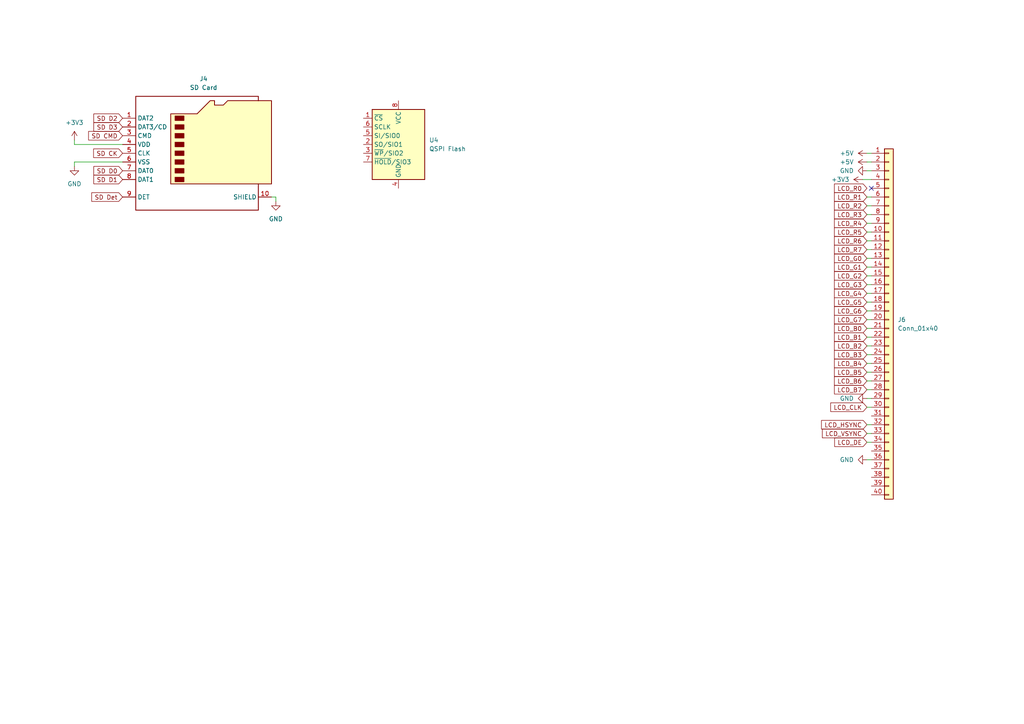
<source format=kicad_sch>
(kicad_sch (version 20230121) (generator eeschema)
  (paper "A4")
  (lib_symbols
    (symbol "Connector:Micro_SD_Card_Det1"
      (property "Reference" "J" (at -16.51 17.78 0))
      (property "Value" "Micro_SD_Card_Det1" (at 16.51 17.78 0))
      (symbol "Micro_SD_Card_Det1_0_1"
        (rectangle (start -7.62 -6.985) (end -5.08 -8.255) (stroke (width 0.254)) (fill (type outline)))
        (rectangle (start -7.62 -4.445) (end -5.08 -5.715) (stroke (width 0.254)) (fill (type outline)))
        (rectangle (start -7.62 -1.905) (end -5.08 -3.175) (stroke (width 0.254)) (fill (type outline)))
        (rectangle (start -7.62 0.635) (end -5.08 -0.635) (stroke (width 0.254)) (fill (type outline)))
        (rectangle (start -7.62 3.175) (end -5.08 1.905) (stroke (width 0.254)) (fill (type outline)))
        (rectangle (start -7.62 5.715) (end -5.08 4.445) (stroke (width 0.254)) (fill (type outline)))
        (rectangle (start -7.62 8.255) (end -5.08 6.985) (stroke (width 0.254)) (fill (type outline)))
        (rectangle (start -7.62 10.795) (end -5.08 9.525) (stroke (width 0.254)) (fill (type outline)))
        (polyline (pts (xy 16.51 15.24) (xy 16.51 16.51) (xy -19.05 16.51) (xy -19.05 -16.51) (xy 16.51 -16.51) (xy 16.51 -8.89)) (stroke (width 0.254)))
        (polyline (pts (xy -8.89 -8.89) (xy -8.89 11.43) (xy -1.27 11.43) (xy 2.54 15.24) (xy 3.81 15.24) (xy 3.81 13.97) (xy 6.35 13.97) (xy 7.62 15.24) (xy 20.32 15.24) (xy 20.32 -8.89) (xy -8.89 -8.89)) (stroke (width 0.254)) (fill (type background)))
      )
      (symbol "Micro_SD_Card_Det1_1_1"
        (pin bidirectional line (at -22.86 10.16 0) (length 3.81) (name "DAT2") (number "1"))
        (pin passive line (at 20.32 -12.7 180) (length 3.81) (name "SHIELD") (number "10"))
        (pin bidirectional line (at -22.86 7.62 0) (length 3.81) (name "DAT3/CD") (number "2"))
        (pin input line (at -22.86 5.08 0) (length 3.81) (name "CMD") (number "3"))
        (pin power_in line (at -22.86 2.54 0) (length 3.81) (name "VDD") (number "4"))
        (pin input line (at -22.86 0 0) (length 3.81) (name "CLK") (number "5"))
        (pin power_in line (at -22.86 -2.54 0) (length 3.81) (name "VSS") (number "6"))
        (pin bidirectional line (at -22.86 -5.08 0) (length 3.81) (name "DAT0") (number "7"))
        (pin bidirectional line (at -22.86 -7.62 0) (length 3.81) (name "DAT1") (number "8"))
        (pin passive line (at -22.86 -12.7 0) (length 3.81) (name "DET") (number "9"))
      )
    )
    (symbol "Connector_Generic:Conn_01x40" (pin_names (offset 1.016) hide)
      (property "Reference" "J" (at 0 50.8 0))
      (property "Value" "Conn_01x40" (at 0 -53.34 0))
      (symbol "Conn_01x40_1_1"
        (rectangle (start -1.27 -50.673) (end 0 -50.927) (stroke (width 0.1524)))
        (rectangle (start -1.27 -48.133) (end 0 -48.387) (stroke (width 0.1524)))
        (rectangle (start -1.27 -45.593) (end 0 -45.847) (stroke (width 0.1524)))
        (rectangle (start -1.27 -43.053) (end 0 -43.307) (stroke (width 0.1524)))
        (rectangle (start -1.27 -40.513) (end 0 -40.767) (stroke (width 0.1524)))
        (rectangle (start -1.27 -37.973) (end 0 -38.227) (stroke (width 0.1524)))
        (rectangle (start -1.27 -35.433) (end 0 -35.687) (stroke (width 0.1524)))
        (rectangle (start -1.27 -32.893) (end 0 -33.147) (stroke (width 0.1524)))
        (rectangle (start -1.27 -30.353) (end 0 -30.607) (stroke (width 0.1524)))
        (rectangle (start -1.27 -27.813) (end 0 -28.067) (stroke (width 0.1524)))
        (rectangle (start -1.27 -25.273) (end 0 -25.527) (stroke (width 0.1524)))
        (rectangle (start -1.27 -22.733) (end 0 -22.987) (stroke (width 0.1524)))
        (rectangle (start -1.27 -20.193) (end 0 -20.447) (stroke (width 0.1524)))
        (rectangle (start -1.27 -17.653) (end 0 -17.907) (stroke (width 0.1524)))
        (rectangle (start -1.27 -15.113) (end 0 -15.367) (stroke (width 0.1524)))
        (rectangle (start -1.27 -12.573) (end 0 -12.827) (stroke (width 0.1524)))
        (rectangle (start -1.27 -10.033) (end 0 -10.287) (stroke (width 0.1524)))
        (rectangle (start -1.27 -7.493) (end 0 -7.747) (stroke (width 0.1524)))
        (rectangle (start -1.27 -4.953) (end 0 -5.207) (stroke (width 0.1524)))
        (rectangle (start -1.27 -2.413) (end 0 -2.667) (stroke (width 0.1524)))
        (rectangle (start -1.27 0.127) (end 0 -0.127) (stroke (width 0.1524)))
        (rectangle (start -1.27 2.667) (end 0 2.413) (stroke (width 0.1524)))
        (rectangle (start -1.27 5.207) (end 0 4.953) (stroke (width 0.1524)))
        (rectangle (start -1.27 7.747) (end 0 7.493) (stroke (width 0.1524)))
        (rectangle (start -1.27 10.287) (end 0 10.033) (stroke (width 0.1524)))
        (rectangle (start -1.27 12.827) (end 0 12.573) (stroke (width 0.1524)))
        (rectangle (start -1.27 15.367) (end 0 15.113) (stroke (width 0.1524)))
        (rectangle (start -1.27 17.907) (end 0 17.653) (stroke (width 0.1524)))
        (rectangle (start -1.27 20.447) (end 0 20.193) (stroke (width 0.1524)))
        (rectangle (start -1.27 22.987) (end 0 22.733) (stroke (width 0.1524)))
        (rectangle (start -1.27 25.527) (end 0 25.273) (stroke (width 0.1524)))
        (rectangle (start -1.27 28.067) (end 0 27.813) (stroke (width 0.1524)))
        (rectangle (start -1.27 30.607) (end 0 30.353) (stroke (width 0.1524)))
        (rectangle (start -1.27 33.147) (end 0 32.893) (stroke (width 0.1524)))
        (rectangle (start -1.27 35.687) (end 0 35.433) (stroke (width 0.1524)))
        (rectangle (start -1.27 38.227) (end 0 37.973) (stroke (width 0.1524)))
        (rectangle (start -1.27 40.767) (end 0 40.513) (stroke (width 0.1524)))
        (rectangle (start -1.27 43.307) (end 0 43.053) (stroke (width 0.1524)))
        (rectangle (start -1.27 45.847) (end 0 45.593) (stroke (width 0.1524)))
        (rectangle (start -1.27 48.387) (end 0 48.133) (stroke (width 0.1524)))
        (rectangle (start -1.27 49.53) (end 1.27 -52.07) (stroke (width 0.254)) (fill (type background)))
        (pin passive line (at -5.08 48.26 0) (length 3.81) (name "Pin_1") (number "1"))
        (pin passive line (at -5.08 25.4 0) (length 3.81) (name "Pin_10") (number "10"))
        (pin passive line (at -5.08 22.86 0) (length 3.81) (name "Pin_11") (number "11"))
        (pin passive line (at -5.08 20.32 0) (length 3.81) (name "Pin_12") (number "12"))
        (pin passive line (at -5.08 17.78 0) (length 3.81) (name "Pin_13") (number "13"))
        (pin passive line (at -5.08 15.24 0) (length 3.81) (name "Pin_14") (number "14"))
        (pin passive line (at -5.08 12.7 0) (length 3.81) (name "Pin_15") (number "15"))
        (pin passive line (at -5.08 10.16 0) (length 3.81) (name "Pin_16") (number "16"))
        (pin passive line (at -5.08 7.62 0) (length 3.81) (name "Pin_17") (number "17"))
        (pin passive line (at -5.08 5.08 0) (length 3.81) (name "Pin_18") (number "18"))
        (pin passive line (at -5.08 2.54 0) (length 3.81) (name "Pin_19") (number "19"))
        (pin passive line (at -5.08 45.72 0) (length 3.81) (name "Pin_2") (number "2"))
        (pin passive line (at -5.08 0 0) (length 3.81) (name "Pin_20") (number "20"))
        (pin passive line (at -5.08 -2.54 0) (length 3.81) (name "Pin_21") (number "21"))
        (pin passive line (at -5.08 -5.08 0) (length 3.81) (name "Pin_22") (number "22"))
        (pin passive line (at -5.08 -7.62 0) (length 3.81) (name "Pin_23") (number "23"))
        (pin passive line (at -5.08 -10.16 0) (length 3.81) (name "Pin_24") (number "24"))
        (pin passive line (at -5.08 -12.7 0) (length 3.81) (name "Pin_25") (number "25"))
        (pin passive line (at -5.08 -15.24 0) (length 3.81) (name "Pin_26") (number "26"))
        (pin passive line (at -5.08 -17.78 0) (length 3.81) (name "Pin_27") (number "27"))
        (pin passive line (at -5.08 -20.32 0) (length 3.81) (name "Pin_28") (number "28"))
        (pin passive line (at -5.08 -22.86 0) (length 3.81) (name "Pin_29") (number "29"))
        (pin passive line (at -5.08 43.18 0) (length 3.81) (name "Pin_3") (number "3"))
        (pin passive line (at -5.08 -25.4 0) (length 3.81) (name "Pin_30") (number "30"))
        (pin passive line (at -5.08 -27.94 0) (length 3.81) (name "Pin_31") (number "31"))
        (pin passive line (at -5.08 -30.48 0) (length 3.81) (name "Pin_32") (number "32"))
        (pin passive line (at -5.08 -33.02 0) (length 3.81) (name "Pin_33") (number "33"))
        (pin passive line (at -5.08 -35.56 0) (length 3.81) (name "Pin_34") (number "34"))
        (pin passive line (at -5.08 -38.1 0) (length 3.81) (name "Pin_35") (number "35"))
        (pin passive line (at -5.08 -40.64 0) (length 3.81) (name "Pin_36") (number "36"))
        (pin passive line (at -5.08 -43.18 0) (length 3.81) (name "Pin_37") (number "37"))
        (pin passive line (at -5.08 -45.72 0) (length 3.81) (name "Pin_38") (number "38"))
        (pin passive line (at -5.08 -48.26 0) (length 3.81) (name "Pin_39") (number "39"))
        (pin passive line (at -5.08 40.64 0) (length 3.81) (name "Pin_4") (number "4"))
        (pin passive line (at -5.08 -50.8 0) (length 3.81) (name "Pin_40") (number "40"))
        (pin passive line (at -5.08 38.1 0) (length 3.81) (name "Pin_5") (number "5"))
        (pin passive line (at -5.08 35.56 0) (length 3.81) (name "Pin_6") (number "6"))
        (pin passive line (at -5.08 33.02 0) (length 3.81) (name "Pin_7") (number "7"))
        (pin passive line (at -5.08 30.48 0) (length 3.81) (name "Pin_8") (number "8"))
        (pin passive line (at -5.08 27.94 0) (length 3.81) (name "Pin_9") (number "9"))
      )
    )
    (symbol "Memory_Flash:MX25R3235FM1xx1"
      (property "Reference" "U" (at -6.35 11.43 0))
      (property "Value" "MX25R3235FM1xx1" (at 10.16 11.43 0))
      (symbol "MX25R3235FM1xx1_0_1"
        (rectangle (start -7.62 10.16) (end 7.62 -10.16) (stroke (width 0.254)) (fill (type background)))
      )
      (symbol "MX25R3235FM1xx1_1_1"
        (pin input line (at -10.16 7.62 0) (length 2.54) (name "~{CS}") (number "1"))
        (pin bidirectional line (at -10.16 0 0) (length 2.54) (name "SO/SIO1") (number "2"))
        (pin bidirectional line (at -10.16 -2.54 0) (length 2.54) (name "~{WP}/SIO2") (number "3"))
        (pin power_in line (at 0 -12.7 90) (length 2.54) (name "GND") (number "4"))
        (pin bidirectional line (at -10.16 2.54 0) (length 2.54) (name "SI/SIO0") (number "5"))
        (pin input line (at -10.16 5.08 0) (length 2.54) (name "SCLK") (number "6"))
        (pin bidirectional line (at -10.16 -5.08 0) (length 2.54) (name "~{HOLD}/SIO3") (number "7"))
        (pin power_in line (at 0 12.7 270) (length 2.54) (name "VCC") (number "8"))
      )
    )
    (symbol "power:+3V3" (power) (pin_names (offset 0))
      (property "Value" "+3V3" (at 0 3.556 0))
      (symbol "+3V3_0_1"
        (polyline (pts (xy -0.762 1.27) (xy 0 2.54)))
        (polyline (pts (xy 0 0) (xy 0 2.54)))
        (polyline (pts (xy 0 2.54) (xy 0.762 1.27)))
      )
      (symbol "+3V3_1_1"
        (pin power_in line (at 0 0 90) (length 0) hide (name "+3V3") (number "1"))
      )
    )
    (symbol "power:+5V" (power) (pin_names (offset 0))
      (property "Value" "+5V" (at 0 3.556 0))
      (symbol "+5V_0_1"
        (polyline (pts (xy -0.762 1.27) (xy 0 2.54)))
        (polyline (pts (xy 0 0) (xy 0 2.54)))
        (polyline (pts (xy 0 2.54) (xy 0.762 1.27)))
      )
      (symbol "+5V_1_1"
        (pin power_in line (at 0 0 90) (length 0) hide (name "+5V") (number "1"))
      )
    )
    (symbol "power:GND" (power) (pin_names (offset 0))
      (property "Value" "GND" (at 0 -3.81 0))
      (symbol "GND_0_1"
        (polyline (pts (xy 0 0) (xy 0 -1.27) (xy 1.27 -1.27) (xy 0 -2.54) (xy -1.27 -1.27) (xy 0 -1.27)))
      )
      (symbol "GND_1_1"
        (pin power_in line (at 0 0 270) (length 0) hide (name "GND") (number "1"))
      )
    )
  )
  (no_connect (at 252.73 54.61))
  (wire (pts (xy 251.46 105.41) (xy 252.73 105.41)))
  (wire (pts (xy 251.46 133.35) (xy 252.73 133.35)))
  (wire (pts (xy 78.74 57.15) (xy 80.01 57.15)))
  (wire (pts (xy 251.46 95.25) (xy 252.73 95.25)))
  (wire (pts (xy 251.46 85.09) (xy 252.73 85.09)))
  (wire (pts (xy 251.46 80.01) (xy 252.73 80.01)))
  (wire (pts (xy 251.46 118.11) (xy 252.73 118.11)))
  (wire (pts (xy 80.01 57.15) (xy 80.01 58.42)))
  (wire (pts (xy 251.46 74.93) (xy 252.73 74.93)))
  (wire (pts (xy 251.46 69.85) (xy 252.73 69.85)))
  (wire (pts (xy 35.56 41.91) (xy 21.59 41.91)))
  (wire (pts (xy 251.46 62.23) (xy 252.73 62.23)))
  (wire (pts (xy 250.19 52.07) (xy 252.73 52.07)))
  (wire (pts (xy 251.46 92.71) (xy 252.73 92.71)))
  (wire (pts (xy 251.46 115.57) (xy 252.73 115.57)))
  (wire (pts (xy 251.46 64.77) (xy 252.73 64.77)))
  (wire (pts (xy 251.46 100.33) (xy 252.73 100.33)))
  (wire (pts (xy 251.46 72.39) (xy 252.73 72.39)))
  (wire (pts (xy 251.46 46.99) (xy 252.73 46.99)))
  (wire (pts (xy 251.46 128.27) (xy 252.73 128.27)))
  (wire (pts (xy 251.46 123.19) (xy 252.73 123.19)))
  (wire (pts (xy 251.46 125.73) (xy 252.73 125.73)))
  (wire (pts (xy 251.46 59.69) (xy 252.73 59.69)))
  (wire (pts (xy 251.46 110.49) (xy 252.73 110.49)))
  (wire (pts (xy 251.46 102.87) (xy 252.73 102.87)))
  (wire (pts (xy 251.46 97.79) (xy 252.73 97.79)))
  (wire (pts (xy 251.46 107.95) (xy 252.73 107.95)))
  (wire (pts (xy 21.59 41.91) (xy 21.59 40.64)))
  (wire (pts (xy 251.46 82.55) (xy 252.73 82.55)))
  (wire (pts (xy 251.46 87.63) (xy 252.73 87.63)))
  (wire (pts (xy 251.46 77.47) (xy 252.73 77.47)))
  (wire (pts (xy 251.46 44.45) (xy 252.73 44.45)))
  (wire (pts (xy 21.59 46.99) (xy 21.59 48.26)))
  (wire (pts (xy 251.46 67.31) (xy 252.73 67.31)))
  (wire (pts (xy 251.46 113.03) (xy 252.73 113.03)))
  (wire (pts (xy 251.46 90.17) (xy 252.73 90.17)))
  (wire (pts (xy 251.46 49.53) (xy 252.73 49.53)))
  (wire (pts (xy 35.56 46.99) (xy 21.59 46.99)))
  (wire (pts (xy 251.46 57.15) (xy 252.73 57.15)))
  (global_label "SD D2" (shape input) (at 35.56 34.29 180) (property "Intersheetrefs" "${INTERSHEET_REFS}" (effects hide)))
  (global_label "SD CK" (shape input) (at 35.56 44.45 180) (property "Intersheetrefs" "${INTERSHEET_REFS}" (effects hide)))
  (global_label "LCD_R6" (shape input) (at 251.46 69.85 180) (property "Intersheetrefs" "${INTERSHEET_REFS}" (effects hide)))
  (global_label "LCD_B1" (shape input) (at 251.46 97.79 180) (property "Intersheetrefs" "${INTERSHEET_REFS}" (effects hide)))
  (global_label "LCD_B0" (shape input) (at 251.46 95.25 180) (property "Intersheetrefs" "${INTERSHEET_REFS}" (effects hide)))
  (global_label "LCD_HSYNC" (shape input) (at 251.46 123.19 180) (property "Intersheetrefs" "${INTERSHEET_REFS}" (effects hide)))
  (global_label "LCD_R5" (shape input) (at 251.46 67.31 180) (property "Intersheetrefs" "${INTERSHEET_REFS}" (effects hide)))
  (global_label "SD D0" (shape input) (at 35.56 49.53 180) (property "Intersheetrefs" "${INTERSHEET_REFS}" (effects hide)))
  (global_label "SD D1" (shape input) (at 35.56 52.07 180) (property "Intersheetrefs" "${INTERSHEET_REFS}" (effects hide)))
  (global_label "LCD_G3" (shape input) (at 251.46 82.55 180) (property "Intersheetrefs" "${INTERSHEET_REFS}" (effects hide)))
  (global_label "LCD_CLK" (shape input) (at 251.46 118.11 180) (property "Intersheetrefs" "${INTERSHEET_REFS}" (effects hide)))
  (global_label "LCD_R2" (shape input) (at 251.46 59.69 180) (property "Intersheetrefs" "${INTERSHEET_REFS}" (effects hide)))
  (global_label "LCD_B2" (shape input) (at 251.46 100.33 180) (property "Intersheetrefs" "${INTERSHEET_REFS}" (effects hide)))
  (global_label "SD CMD" (shape input) (at 35.56 39.37 180) (property "Intersheetrefs" "${INTERSHEET_REFS}" (effects hide)))
  (global_label "SD D3" (shape input) (at 35.56 36.83 180) (property "Intersheetrefs" "${INTERSHEET_REFS}" (effects hide)))
  (global_label "LCD_R1" (shape input) (at 251.46 57.15 180) (property "Intersheetrefs" "${INTERSHEET_REFS}" (effects hide)))
  (global_label "LCD_B7" (shape input) (at 251.46 113.03 180) (property "Intersheetrefs" "${INTERSHEET_REFS}" (effects hide)))
  (global_label "LCD_G0" (shape input) (at 251.46 74.93 180) (property "Intersheetrefs" "${INTERSHEET_REFS}" (effects hide)))
  (global_label "LCD_G4" (shape input) (at 251.46 85.09 180) (property "Intersheetrefs" "${INTERSHEET_REFS}" (effects hide)))
  (global_label "LCD_B5" (shape input) (at 251.46 107.95 180) (property "Intersheetrefs" "${INTERSHEET_REFS}" (effects hide)))
  (global_label "LCD_R4" (shape input) (at 251.46 64.77 180) (property "Intersheetrefs" "${INTERSHEET_REFS}" (effects hide)))
  (global_label "LCD_VSYNC" (shape input) (at 251.46 125.73 180) (property "Intersheetrefs" "${INTERSHEET_REFS}" (effects hide)))
  (global_label "LCD_R0" (shape input) (at 251.46 54.61 180) (property "Intersheetrefs" "${INTERSHEET_REFS}" (effects hide)))
  (global_label "LCD_G2" (shape input) (at 251.46 80.01 180) (property "Intersheetrefs" "${INTERSHEET_REFS}" (effects hide)))
  (global_label "LCD_B4" (shape input) (at 251.46 105.41 180) (property "Intersheetrefs" "${INTERSHEET_REFS}" (effects hide)))
  (global_label "LCD_R7" (shape input) (at 251.46 72.39 180) (property "Intersheetrefs" "${INTERSHEET_REFS}" (effects hide)))
  (global_label "SD Det" (shape input) (at 35.56 57.15 180) (property "Intersheetrefs" "${INTERSHEET_REFS}" (effects hide)))
  (global_label "LCD_B6" (shape input) (at 251.46 110.49 180) (property "Intersheetrefs" "${INTERSHEET_REFS}" (effects hide)))
  (global_label "LCD_DE" (shape input) (at 251.46 128.27 180) (property "Intersheetrefs" "${INTERSHEET_REFS}" (effects hide)))
  (global_label "LCD_R3" (shape input) (at 251.46 62.23 180) (property "Intersheetrefs" "${INTERSHEET_REFS}" (effects hide)))
  (global_label "LCD_B3" (shape input) (at 251.46 102.87 180) (property "Intersheetrefs" "${INTERSHEET_REFS}" (effects hide)))
  (global_label "LCD_G1" (shape input) (at 251.46 77.47 180) (property "Intersheetrefs" "${INTERSHEET_REFS}" (effects hide)))
  (global_label "LCD_G5" (shape input) (at 251.46 87.63 180) (property "Intersheetrefs" "${INTERSHEET_REFS}" (effects hide)))
  (global_label "LCD_G7" (shape input) (at 251.46 92.71 180) (property "Intersheetrefs" "${INTERSHEET_REFS}" (effects hide)))
  (global_label "LCD_G6" (shape input) (at 251.46 90.17 180) (property "Intersheetrefs" "${INTERSHEET_REFS}" (effects hide)))
  (symbol (lib_id "power:+3V3") (at 21.59 40.64 0) (unit 1)
    (property "Reference" "#PWR049" (effects hide))
    (property "Value" "+3V3" (at 21.59 35.56 0))
  )
  (symbol (lib_id "Memory_Flash:MX25R3235FM1xx1") (at 115.57 41.91 0) (unit 1)
    (property "Reference" "U4" (at 124.46 40.64 0) (effects (justify left)))
    (property "Value" "QSPI Flash" (at 124.46 43.18 0) (effects (justify left)))
    (property "Footprint" "Package_SO:SOP-8_3.9x4.9mm_P1.27mm" (effects hide))
    (property "Datasheet" "https://www.macronix.com/Lists/Datasheet/Attachments/8755/MX25R3235F,%20Wide%20Range,%2032Mb,%20v1.8.pdf" (effects hide))
  )
  (symbol (lib_id "power:+3V3") (at 250.19 52.07 90) (unit 1)
    (property "Reference" "#PWR063" (effects hide))
    (property "Value" "+3V3" (at 246.38 52.07 90) (effects (justify left)))
  )
  (symbol (lib_id "Connector:Micro_SD_Card_Det1") (at 58.42 44.45 0) (unit 1)
    (property "Reference" "J4" (at 59.055 22.86 0))
    (property "Value" "SD Card" (at 59.055 25.4 0))
    (property "Datasheet" "https://datasheet.lcsc.com/lcsc/2110151630_XKB-Connectivity-XKTF-015-N_C381082.pdf" (effects hide))
  )
  (symbol (lib_id "power:GND") (at 251.46 49.53 270) (unit 1)
    (property "Reference" "#PWR061" (effects hide))
    (property "Value" "GND" (at 247.65 49.53 90) (effects (justify right)))
  )
  (symbol (lib_id "power:+5V") (at 251.46 44.45 90) (unit 1)
    (property "Reference" "#PWR056" (effects hide))
    (property "Value" "+5V" (at 247.65 44.45 90) (effects (justify left)))
  )
  (symbol (lib_id "Connector_Generic:Conn_01x40") (at 257.81 92.71 0) (unit 1)
    (property "Reference" "J6" (at 260.35 92.71 0) (effects (justify left)))
    (property "Value" "Conn_01x40" (at 260.35 95.25 0) (effects (justify left)))
    (property "Footprint" "Connector_FFC-FPC:TE_4-1734839-0_1x40-1MP_P0.5mm_Horizontal" (effects hide))
    (instances (project "pcb" (path "" (reference "J6") (unit 1)) (path "" (reference "J5") (unit 1))))
  )
  (symbol (lib_id "power:GND") (at 251.46 133.35 270) (unit 1)
    (property "Reference" "#PWR065" (effects hide))
    (property "Value" "GND" (at 247.65 133.35 90) (effects (justify right)))
  )
  (symbol (lib_id "power:GND") (at 80.01 58.42 0) (unit 1)
    (property "Reference" "#PWR060" (effects hide))
    (property "Value" "GND" (at 80.01 63.5 0))
  )
  (symbol (lib_id "power:GND") (at 21.59 48.26 0) (unit 1)
    (property "Reference" "#PWR059" (effects hide))
    (property "Value" "GND" (at 21.59 53.34 0))
  )
  (symbol (lib_id "power:GND") (at 251.46 115.57 270) (unit 1)
    (property "Reference" "#PWR064" (effects hide))
    (property "Value" "GND" (at 247.65 115.57 90) (effects (justify right)))
  )
  (symbol (lib_id "power:+5V") (at 251.46 46.99 90) (unit 1)
    (property "Reference" "#PWR062" (effects hide))
    (property "Value" "+5V" (at 247.65 46.99 90) (effects (justify left)))
  )
)
</source>
